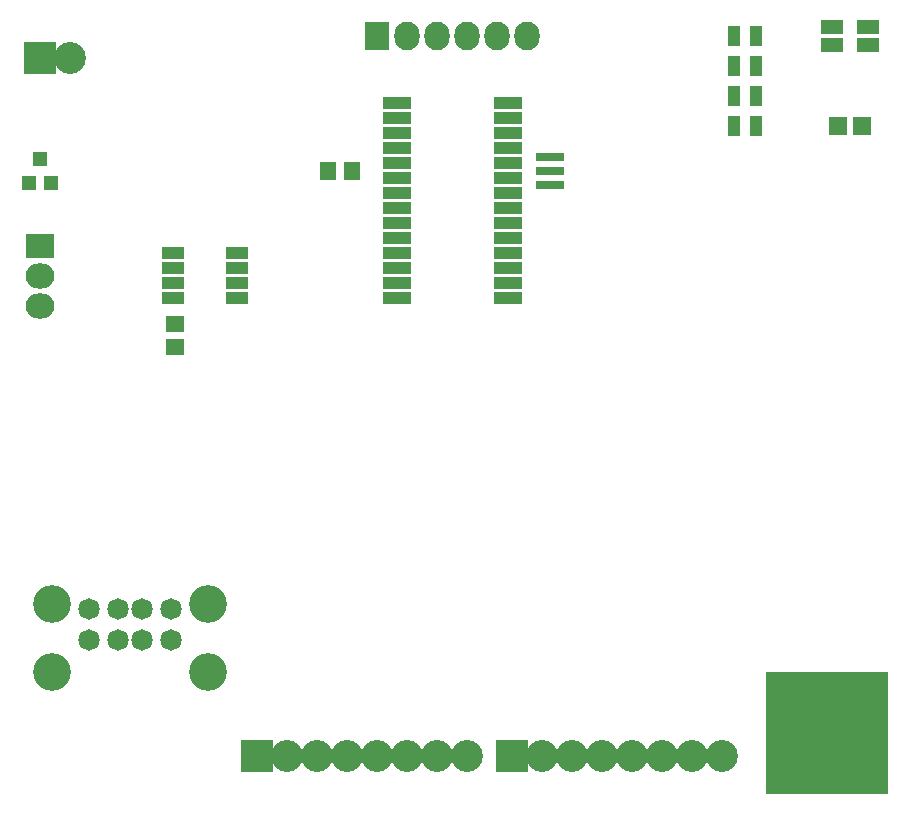
<source format=gts>
G04 #@! TF.FileFunction,Soldermask,Top*
%FSLAX46Y46*%
G04 Gerber Fmt 4.6, Leading zero omitted, Abs format (unit mm)*
G04 Created by KiCad (PCBNEW 4.0.1-stable) date 8/17/2016 11:23:16 PM*
%MOMM*%
G01*
G04 APERTURE LIST*
%ADD10C,0.127000*%
%ADD11R,1.400000X1.650000*%
%ADD12R,1.650000X1.400000*%
%ADD13R,1.900000X1.300000*%
%ADD14R,2.432000X2.127200*%
%ADD15O,2.432000X2.127200*%
%ADD16C,1.820000*%
%ADD17C,3.200000*%
%ADD18R,2.127200X2.432000*%
%ADD19O,2.127200X2.432000*%
%ADD20R,2.700000X2.700000*%
%ADD21C,2.700000*%
%ADD22R,1.200100X1.200100*%
%ADD23R,1.100000X1.700000*%
%ADD24R,1.950000X1.000000*%
%ADD25R,2.400000X0.800000*%
%ADD26R,10.400000X10.400000*%
%ADD27R,1.598880X1.598880*%
%ADD28R,2.400000X1.000000*%
G04 APERTURE END LIST*
D10*
D11*
X31480000Y55880000D03*
X29480000Y55880000D03*
D12*
X16510000Y42910000D03*
X16510000Y40910000D03*
D13*
X75210000Y66560000D03*
X75210000Y68060000D03*
X72110000Y68060000D03*
X72110000Y66560000D03*
D14*
X5080000Y49530000D03*
D15*
X5080000Y46990000D03*
X5080000Y44450000D03*
D16*
X9200000Y18805005D03*
X11700000Y18805005D03*
X13700000Y18805005D03*
X16200000Y18805005D03*
X9200000Y16185005D03*
X11700000Y16185005D03*
X13700000Y16185005D03*
X16200000Y16185005D03*
D17*
X19270000Y13475005D03*
X19270000Y19155005D03*
X6130000Y19155005D03*
X6130000Y13475005D03*
D18*
X33655000Y67310000D03*
D19*
X36195000Y67310000D03*
X38735000Y67310000D03*
X41275000Y67310000D03*
X43815000Y67310000D03*
X46355000Y67310000D03*
D20*
X5080000Y65405000D03*
D21*
X7620000Y65405000D03*
D22*
X4130000Y54879240D03*
X6030000Y54879240D03*
X5080000Y56878220D03*
D23*
X65720000Y64770000D03*
X63820000Y64770000D03*
X65720000Y62230000D03*
X63820000Y62230000D03*
X63820000Y59690000D03*
X65720000Y59690000D03*
X65720000Y67310000D03*
X63820000Y67310000D03*
D24*
X21750000Y45085000D03*
X21750000Y46355000D03*
X21750000Y47625000D03*
X21750000Y48895000D03*
X16350000Y48895000D03*
X16350000Y47625000D03*
X16350000Y46355000D03*
X16350000Y45085000D03*
D25*
X48260000Y55880000D03*
X48260000Y57080000D03*
X48260000Y54680000D03*
D21*
X62865000Y6350000D03*
X60325000Y6350000D03*
X57785000Y6350000D03*
X55245000Y6350000D03*
X52705000Y6350000D03*
X50165000Y6350000D03*
X47625000Y6350000D03*
D20*
X45085000Y6350000D03*
X23495000Y6350000D03*
D21*
X26035000Y6350000D03*
X28575000Y6350000D03*
X31115000Y6350000D03*
X33655000Y6350000D03*
X36195000Y6350000D03*
X38735000Y6350000D03*
X41275000Y6350000D03*
D26*
X71755000Y8255000D03*
D27*
X74709020Y59690000D03*
X72610980Y59690000D03*
D28*
X44705000Y45085000D03*
X44705000Y46355000D03*
X44705000Y47625000D03*
X44705000Y48895000D03*
X44705000Y50165000D03*
X44705000Y51435000D03*
X44705000Y52705000D03*
X44705000Y53975000D03*
X44705000Y55245000D03*
X44705000Y56515000D03*
X44705000Y57785000D03*
X44705000Y59055000D03*
X44705000Y60325000D03*
X44705000Y61595000D03*
X35305000Y61595000D03*
X35305000Y60325000D03*
X35305000Y59055000D03*
X35305000Y57785000D03*
X35305000Y56515000D03*
X35305000Y55245000D03*
X35305000Y53975000D03*
X35305000Y52705000D03*
X35305000Y51435000D03*
X35305000Y50165000D03*
X35305000Y48895000D03*
X35305000Y47625000D03*
X35305000Y46355000D03*
X35305000Y45085000D03*
M02*

</source>
